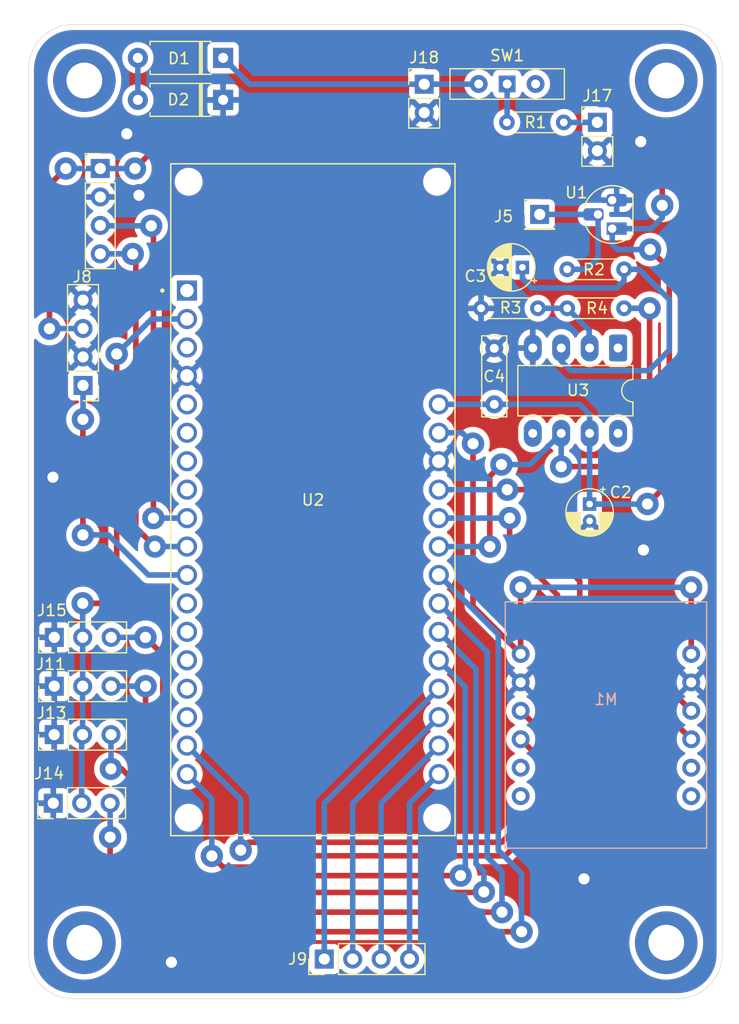
<source format=kicad_pcb>
(kicad_pcb (version 20241229) (generator "pcbnew") (generator_version "9.0")
  (layers (0 "F.Cu" signal) (2 "B.Cu" signal) (13 "F.Paste" user) (15 "B.Paste" user) (5 "F.SilkS" user "F.Silkscreen") (7 "B.SilkS" user "B.Silkscreen") (1 "F.Mask" user) (3 "B.Mask" user) (25 "Edge.Cuts" user))
  (net 0 "")
  (net 1 "GND")
  (net 4 "Net-(U3-+)")
  (net 7 "Net-(U3--)")
  (net 13 "Net-(M1-TX)")
  (net 15 "Net-(M1-RX)")
  (net 20 "Net-(U2-A4)")
  (net 24 "Net-(D1-A)")
  (net 25 "Net-(J5-Pin_1)")
  (net 26 "/+3.3V")
  (net 27 "Net-(J1-Pin_1)")
  (net 28 "Net-(J13-Pin_3)")
  (net 29 "Net-(J14-Pin_3)")
  (net 30 "Net-(J15-Pin_3)")
  (net 31 "Net-(J11-Pin_3)")
  (net 32 "Net-(J9-Pin_1)")
  (net 33 "Net-(J9-Pin_3)")
  (net 34 "Net-(J9-Pin_2)")
  (net 35 "Net-(J9-Pin_4)")
  (net 36 "Net-(J17-Pin_1)")
  (net 37 "Net-(D1-K)")
  (net 38 "Net-(SW1-B)")
  (net 40 "unconnected-(U2-D7-Pad12)")
  (net 41 "SCL")
  (net 42 "SDA")
  (net 43 "SIG")
  (net 44 "VOUT")
  (footprint "Package_DIP:DIP-8_W7.62mm_LongPads" (layer "F.Cu") (at 219.95 58.88 -90)
    (property "Reference" "U3" (at 3.78 3.57 180) (layer "F.SilkS"))
    (property "Value" "CA3140" (hide yes))
    (pad "1" thru_hole roundrect (at 0 0 270) (size 2.4 1.6) (drill 0.8) (layers "*.Cu" "*.Mask") (roundrect_rratio 0.15625))
    (pad "2" thru_hole oval (at 0 2.54 270) (size 2.4 1.6) (drill 0.8) (layers "*.Cu" "*.Mask") (net 7 "Net-(U3--)"))
    (pad "3" thru_hole oval (at 0 5.08 270) (size 2.4 1.6) (drill 0.8) (layers "*.Cu" "*.Mask") (net 4 "Net-(U3-+)"))
    (pad "4" thru_hole oval (at 0 7.62 270) (size 2.4 1.6) (drill 0.8) (layers "*.Cu" "*.Mask") (net 1 "GND"))
    (pad "5" thru_hole oval (at 7.62 7.62 270) (size 2.4 1.6) (drill 0.8) (layers "*.Cu" "*.Mask"))
    (pad "6" thru_hole oval (at 7.62 5.08 270) (size 2.4 1.6) (drill 0.8) (layers "*.Cu" "*.Mask") (net 20 "Net-(U2-A4)"))
    (pad "7" thru_hole oval (at 7.62 2.54 270) (size 2.4 1.6) (drill 0.8) (layers "*.Cu" "*.Mask") (net 27 "Net-(J1-Pin_1)"))
    (pad "8" thru_hole oval (at 7.62 0 270) (size 2.4 1.6) (drill 0.8) (layers "*.Cu" "*.Mask"))
  )
  (footprint "Package_TO_SOT_THT:TO-92L_HandSolder" (layer "F.Cu") (at 219.43 48.22 90)
    (property "Reference" "U1" (at 3.22 -3.2 0) (layer "F.SilkS"))
    (property "Value" "LM35-LP" (hide yes))
    (pad "1" thru_hole rect (at 0 0 90) (size 1.1 1.8) (drill 0.75 (offset 0 0.4)) (layers "*.Cu" "*.Mask") (net 26 "/+3.3V"))
    (pad "2" thru_hole roundrect (at 1.27 -1.27 90) (size 1.1 1.8) (drill 0.75 (offset 0 -0.4)) (layers "*.Cu" "*.Mask") (net 44 "VOUT"))
    (pad "3" thru_hole roundrect (at 2.54 0 90) (size 1.1 1.8) (drill 0.75 (offset 0 0.4)) (layers "*.Cu" "*.Mask") (net 1 "GND"))
  )
  (footprint "Resistor_THT:R_Axial_DIN0204_L3.6mm_D1.6mm_P5.08mm_Horizontal" (layer "F.Cu") (at 215.41 55.33)
    (property "Reference" "R4" (at 2.66 0 0) (layer "F.SilkS"))
    (property "Value" "1k" (hide yes))
    (pad "1" thru_hole circle (at 0 0) (size 1.4 1.4) (drill 0.7) (layers "*.Cu" "*.Mask") (net 7 "Net-(U3--)"))
    (pad "2" thru_hole oval (at 5.08 0) (size 1.4 1.4) (drill 0.7) (layers "*.Cu" "*.Mask") (net 20 "Net-(U2-A4)"))
  )
  (footprint "Connector_PinHeader_2.54mm:PinHeader_1x04_P2.54mm_Vertical" (layer "F.Cu") (at 173.68 42.85)
    (property "Reference" "J1" (hide yes))
    (property "Value" "LED conectors" (hide yes))
    (pad "1" thru_hole rect (at 0 0) (size 1.7 1.7) (drill 1) (layers "*.Cu" "*.Mask") (net 26 "/+3.3V"))
    (pad "2" thru_hole oval (at 0 2.54) (size 1.7 1.7) (drill 1) (layers "*.Cu" "*.Mask") (net 1 "GND"))
    (pad "3" thru_hole oval (at 0 5.08) (size 1.7 1.7) (drill 1) (layers "*.Cu" "*.Mask") (net 41 "SCL"))
    (pad "4" thru_hole oval (at 0 7.62) (size 1.7 1.7) (drill 1) (layers "*.Cu" "*.Mask") (net 42 "SDA"))
  )
  (footprint "MountingHole:MountingHole_3.2mm_M3_DIN965_Pad" (layer "F.Cu") (at 172.26 111.99)
    (property "Reference" "REF**" (hide yes))
    (property "Value" "MountingHole_3.2mm_M3_DIN965_Pad" (hide yes))
    (pad "1" thru_hole circle (at 0 0) (size 5.6 5.6) (drill 3.2) (layers "*.Cu" "*.Mask"))
  )
  (footprint "Button_Switch_THT:SW_Slide-03_Wuerth-WS-SLTV_10x2.5x6.4_P2.54mm" (layer "F.Cu") (at 210.04 35.3)
    (property "Reference" "SW1" (at 0 -2.54 0) (layer "F.SilkS"))
    (property "Value" "SW_Wuerth_450301014042" (hide yes))
    (pad "1" thru_hole rect (at 0 0) (size 1.5 1.5) (drill 0.8) (layers "*.Cu" "*.Mask") (net 38 "Net-(SW1-B)"))
    (pad "2" thru_hole circle (at -2.54 0) (size 1.6 1.6) (drill 0.8) (layers "*.Cu" "*.Mask") (net 37 "Net-(D1-K)"))
    (pad "3" thru_hole circle (at 2.54 0) (size 1.6 1.6) (drill 0.8) (layers "*.Cu" "*.Mask"))
  )
  (footprint "Connector_PinHeader_2.54mm:PinHeader_1x03_P2.54mm_Vertical" (layer "F.Cu") (at 169.56 93.41 90)
    (property "Reference" "J13" (at 1.93 -0.23 180) (layer "F.SilkS"))
    (property "Value" "Conn_01x03_Pin" (hide yes))
    (pad "1" thru_hole rect (at 0 0 90) (size 1.7 1.7) (drill 1) (layers "*.Cu" "*.Mask") (net 1 "GND"))
    (pad "2" thru_hole circle (at 0 2.54 90) (size 1.7 1.7) (drill 1) (layers "*.Cu" "*.Mask") (net 26 "/+3.3V"))
    (pad "3" thru_hole circle (at 0 5.08 90) (size 1.7 1.7) (drill 1) (layers "*.Cu" "*.Mask") (net 28 "Net-(J13-Pin_3)"))
  )
  (footprint "Capacitor_THT:C_Rect_L7.0mm_W2.0mm_P5.00mm" (layer "F.Cu") (at 208.89 63.91 90)
    (property "Reference" "C4" (at 2.5 0 180) (layer "F.SilkS"))
    (property "Value" "10nF" (hide yes))
    (pad "1" thru_hole circle (at 0 0 90) (size 1.6 1.6) (drill 0.8) (layers "*.Cu" "*.Mask") (net 27 "Net-(J1-Pin_1)"))
    (pad "2" thru_hole circle (at 5 0 90) (size 1.6 1.6) (drill 0.8) (layers "*.Cu" "*.Mask") (net 1 "GND"))
  )
  (footprint "Resistor_THT:R_Axial_DIN0204_L3.6mm_D1.6mm_P5.08mm_Horizontal" (layer "F.Cu") (at 215.1 38.73 180)
    (property "Reference" "R1" (at 2.53 0 0) (layer "F.SilkS"))
    (property "Value" "120" (hide yes))
    (pad "1" thru_hole circle (at 0 0 180) (size 1.4 1.4) (drill 0.7) (layers "*.Cu" "*.Mask") (net 36 "Net-(J17-Pin_1)"))
    (pad "2" thru_hole oval (at 5.08 0 180) (size 1.4 1.4) (drill 0.7) (layers "*.Cu" "*.Mask") (net 38 "Net-(SW1-B)"))
  )
  (footprint "MountingHole:MountingHole_3.2mm_M3_DIN965_Pad" (layer "F.Cu") (at 224.26 34.99)
    (property "Reference" "REF**" (hide yes))
    (property "Value" "MountingHole_3.2mm_M3_DIN965_Pad" (hide yes))
    (pad "1" thru_hole circle (at 0 0) (size 5.6 5.6) (drill 3.2) (layers "*.Cu" "*.Mask"))
  )
  (footprint "Capacitor_THT:CP_Radial_D4.0mm_P1.50mm" (layer "F.Cu") (at 217.41 72.82 -90)
    (property "Reference" "C2" (at -1.047401 -2.77 180) (layer "F.SilkS"))
    (property "Value" "1uF" (hide yes))
    (pad "1" thru_hole rect (at 0 0 270) (size 1.2 1.2) (drill 0.6) (layers "*.Cu" "*.Mask") (net 27 "Net-(J1-Pin_1)"))
    (pad "2" thru_hole circle (at 1.5 0 270) (size 1.2 1.2) (drill 0.6) (layers "*.Cu" "*.Mask") (net 1 "GND"))
  )
  (footprint "Connector_PinHeader_2.54mm:PinHeader_1x02_P2.54mm_Vertical" (layer "F.Cu") (at 202.63 35.32)
    (property "Reference" "J18" (at 0 -2.38 0) (layer "F.SilkS"))
    (property "Value" "Conn_01x02_Pin" (hide yes))
    (pad "1" thru_hole rect (at 0 0) (size 1.7 1.7) (drill 1) (layers "*.Cu" "*.Mask") (net 37 "Net-(D1-K)"))
    (pad "2" thru_hole circle (at 0 2.54) (size 1.7 1.7) (drill 1) (layers "*.Cu" "*.Mask") (net 1 "GND"))
  )
  (footprint "Resistor_THT:R_Axial_DIN0204_L3.6mm_D1.6mm_P5.08mm_Horizontal" (layer "F.Cu") (at 212.79 55.33 180)
    (property "Reference" "R3" (at 2.44 0.05 0) (layer "F.SilkS"))
    (property "Value" "1k" (hide yes))
    (pad "1" thru_hole circle (at 0 0 180) (size 1.4 1.4) (drill 0.7) (layers "*.Cu" "*.Mask") (net 7 "Net-(U3--)"))
    (pad "2" thru_hole oval (at 5.08 0 180) (size 1.4 1.4) (drill 0.7) (layers "*.Cu" "*.Mask") (net 1 "GND"))
  )
  (footprint "Connector_PinHeader_2.54mm:PinHeader_1x04_P2.54mm_Vertical" (layer "F.Cu") (at 172.14 62.22 180)
    (property "Reference" "J8" (at 0.07 9.7 180) (layer "F.SilkS"))
    (property "Value" "LED conectors" (hide yes))
    (pad "1" thru_hole rect (at 0 0 180) (size 1.7 1.7) (drill 1) (layers "*.Cu" "*.Mask") (net 43 "SIG"))
    (pad "2" thru_hole circle (at 0 2.54 180) (size 1.7 1.7) (drill 1) (layers "*.Cu" "*.Mask") (net 1 "GND"))
    (pad "3" thru_hole circle (at 0 5.08 180) (size 1.7 1.7) (drill 1) (layers "*.Cu" "*.Mask") (net 26 "/+3.3V"))
    (pad "4" thru_hole circle (at 0 7.62 180) (size 1.7 1.7) (drill 1) (layers "*.Cu" "*.Mask") (net 1 "GND"))
  )
  (footprint "Connector_PinHeader_2.54mm:PinHeader_1x02_P2.54mm_Vertical" (layer "F.Cu") (at 218.1 38.725)
    (property "Reference" "J17" (at 0 -2.38 0) (layer "F.SilkS"))
    (property "Value" "Conn_01x02_Pin" (hide yes))
    (pad "1" thru_hole rect (at 0 0) (size 1.7 1.7) (drill 1) (layers "*.Cu" "*.Mask") (net 36 "Net-(J17-Pin_1)"))
    (pad "2" thru_hole circle (at 0 2.54) (size 1.7 1.7) (drill 1) (layers "*.Cu" "*.Mask") (net 1 "GND"))
  )
  (footprint "MountingHole:MountingHole_3.2mm_M3_DIN965_Pad" (layer "F.Cu") (at 172.26 34.99)
    (property "Reference" "REF**" (hide yes))
    (property "Value" "MountingHole_3.2mm_M3_DIN965_Pad" (hide yes))
    (pad "1" thru_hole circle (at 0 0) (size 5.6 5.6) (drill 3.2) (layers "*.Cu" "*.Mask"))
  )
  (footprint "Diode_THT:D_A-405_P7.62mm_Horizontal" (layer "F.Cu") (at 184.66 36.72 180)
    (property "Reference" "D2" (at 4 0.02 0) (layer "F.SilkS"))
    (property "Value" "D_Zener_Filled" (hide yes))
    (pad "1" thru_hole rect (at 0 0 180) (size 1.8 1.8) (drill 0.9) (layers "*.Cu" "*.Mask") (net 1 "GND"))
    (pad "2" thru_hole oval (at 7.62 0 180) (size 1.8 1.8) (drill 0.9) (layers "*.Cu" "*.Mask") (net 24 "Net-(D1-A)"))
  )
  (footprint "DFR0654 (1):MODULE_DFR0654" (layer "F.Cu") (at 192.68 72.43)
    (property "Reference" "U2" (at 0.01 0.02 0) (layer "F.SilkS"))
    (property "Value" "DFR0654" (hide yes))
    (pad "" np_thru_hole circle (at -11.1 -28.4) (size 2 2) (drill 2) (layers "*.Cu" "*.Mask"))
    (pad "" np_thru_hole circle (at -11.1 28.4) (size 2 2) (drill 2) (layers "*.Cu" "*.Mask"))
    (pad "" np_thru_hole circle (at 11.1 -28.4) (size 2 2) (drill 2) (layers "*.Cu" "*.Mask"))
    (pad "" np_thru_hole circle (at 11.1 28.4) (size 2 2) (drill 2) (layers "*.Cu" "*.Mask"))
    (pad "1" thru_hole rect (at -11.25 -18.68) (size 1.8 1.8) (drill 1.2) (layers "*.Cu" "*.Mask"))
    (pad "2" thru_hole circle (at -11.25 -16.14) (size 1.8 1.8) (drill 1.2) (layers "*.Cu" "*.Mask") (net 26 "/+3.3V"))
    (pad "3" thru_hole circle (at -11.25 -13.6) (size 1.8 1.8) (drill 1.2) (layers "*.Cu" "*.Mask"))
    (pad "4" thru_hole circle (at -11.25 -11.06) (size 1.8 1.8) (drill 1.2) (layers "*.Cu" "*.Mask") (net 1 "GND"))
    (pad "5" thru_hole circle (at -11.25 -8.52) (size 1.8 1.8) (drill 1.2) (layers "*.Cu" "*.Mask"))
    (pad "6" thru_hole circle (at -11.25 -5.98) (size 1.8 1.8) (drill 1.2) (layers "*.Cu" "*.Mask"))
    (pad "7" thru_hole circle (at -11.25 -3.44) (size 1.8 1.8) (drill 1.2) (layers "*.Cu" "*.Mask"))
    (pad "8" thru_hole circle (at -11.25 -0.9) (size 1.8 1.8) (drill 1.2) (layers "*.Cu" "*.Mask"))
    (pad "9" thru_hole circle (at -11.25 1.64) (size 1.8 1.8) (drill 1.2) (layers "*.Cu" "*.Mask") (net 41 "SCL"))
    (pad "10" thru_hole circle (at -11.25 4.18) (size 1.8 1.8) (drill 1.2) (layers "*.Cu" "*.Mask") (net 42 "SDA"))
    (pad "11" thru_hole circle (at -11.25 6.72) (size 1.8 1.8) (drill 1.2) (layers "*.Cu" "*.Mask") (net 43 "SIG"))
    (pad "12" thru_hole circle (at -11.25 9.26) (size 1.8 1.8) (drill 1.2) (layers "*.Cu" "*.Mask") (net 40 "unconnected-(U2-D7-Pad12)"))
    (pad "13" thru_hole circle (at -11.25 11.8) (size 1.8 1.8) (drill 1.2) (layers "*.Cu" "*.Mask"))
    (pad "14" thru_hole circle (at -11.25 14.34) (size 1.8 1.8) (drill 1.2) (layers "*.Cu" "*.Mask"))
    (pad "15" thru_hole circle (at -11.25 16.88) (size 1.8 1.8) (drill 1.2) (layers "*.Cu" "*.Mask"))
    (pad "16" thru_hole circle (at -11.25 19.42) (size 1.8 1.8) (drill 1.2) (layers "*.Cu" "*.Mask"))
    (pad "17" thru_hole circle (at -11.25 21.96) (size 1.8 1.8) (drill 1.2) (layers "*.Cu" "*.Mask") (net 13 "Net-(M1-TX)"))
    (pad "18" thru_hole circle (at -11.25 24.5) (size 1.8 1.8) (drill 1.2) (layers "*.Cu" "*.Mask") (net 15 "Net-(M1-RX)"))
    (pad "19" thru_hole circle (at 11.25 24.5) (size 1.8 1.8) (drill 1.2) (layers "*.Cu" "*.Mask") (net 35 "Net-(J9-Pin_4)"))
    (pad "20" thru_hole circle (at 11.25 21.96) (size 1.8 1.8) (drill 1.2) (layers "*.Cu" "*.Mask") (net 33 "Net-(J9-Pin_3)"))
    (pad "21" thru_hole circle (at 11.25 19.42) (size 1.8 1.8) (drill 1.2) (layers "*.Cu" "*.Mask") (net 34 "Net-(J9-Pin_2)"))
    (pad "22" thru_hole circle (at 11.25 16.88) (size 1.8 1.8) (drill 1.2) (layers "*.Cu" "*.Mask") (net 32 "Net-(J9-Pin_1)"))
    (pad "23" thru_hole circle (at 11.25 14.34) (size 1.8 1.8) (drill 1.2) (layers "*.Cu" "*.Mask") (net 30 "Net-(J15-Pin_3)"))
    (pad "24" thru_hole circle (at 11.25 11.8) (size 1.8 1.8) (drill 1.2) (layers "*.Cu" "*.Mask") (net 31 "Net-(J11-Pin_3)"))
    (pad "25" thru_hole circle (at 11.25 9.26) (size 1.8 1.8) (drill 1.2) (layers "*.Cu" "*.Mask") (net 28 "Net-(J13-Pin_3)"))
    (pad "26" thru_hole circle (at 11.25 6.72) (size 1.8 1.8) (drill 1.2) (layers "*.Cu" "*.Mask") (net 29 "Net-(J14-Pin_3)"))
    (pad "27" thru_hole circle (at 11.25 4.18) (size 1.8 1.8) (drill 1.2) (layers "*.Cu" "*.Mask") (net 44 "VOUT"))
    (pad "28" thru_hole circle (at 11.25 1.64) (size 1.8 1.8) (drill 1.2) (layers "*.Cu" "*.Mask") (net 42 "SDA"))
    (pad "29" thru_hole circle (at 11.25 -0.9) (size 1.8 1.8) (drill 1.2) (layers "*.Cu" "*.Mask") (net 41 "SCL"))
    (pad "30" thru_hole circle (at 11.25 -3.44) (size 1.8 1.8) (drill 1.2) (layers "*.Cu" "*.Mask") (net 1 "GND"))
    (pad "31" thru_hole circle (at 11.25 -5.98) (size 1.8 1.8) (drill 1.2) (layers "*.Cu" "*.Mask") (net 26 "/+3.3V"))
    (pad "32" thru_hole circle (at 11.25 -8.52) (size 1.8 1.8) (drill 1.2) (layers "*.Cu" "*.Mask") (net 27 "Net-(J1-Pin_1)"))
  )
  (footprint "MountingHole:MountingHole_3.2mm_M3_DIN965_Pad" (layer "F.Cu") (at 224.26 111.99)
    (property "Reference" "REF**" (hide yes))
    (property "Value" "MountingHole_3.2mm_M3_DIN965_Pad" (hide yes))
    (pad "1" thru_hole circle (at 0 0) (size 5.6 5.6) (drill 3.2) (layers "*.Cu" "*.Mask"))
  )
  (footprint "Connector_PinHeader_2.54mm:PinHeader_1x03_P2.54mm_Vertical" (layer "F.Cu") (at 169.48 99.53 90)
    (property "Reference" "J14" (at 2.65 -0.38 180) (layer "F.SilkS"))
    (property "Value" "Conn_01x03_Pin" (hide yes))
    (pad "1" thru_hole rect (at 0 0 90) (size 1.7 1.7) (drill 1) (layers "*.Cu" "*.Mask") (net 1 "GND"))
    (pad "2" thru_hole circle (at 0 2.54 90) (size 1.7 1.7) (drill 1) (layers "*.Cu" "*.Mask") (net 26 "/+3.3V"))
    (pad "3" thru_hole circle (at 0 5.08 90) (size 1.7 1.7) (drill 1) (layers "*.Cu" "*.Mask") (net 29 "Net-(J14-Pin_3)"))
  )
  (footprint "Connector_PinHeader_2.54mm:PinHeader_1x04_P2.54mm_Vertical" (layer "F.Cu") (at 193.7 113.45 90)
    (property "Reference" "J9" (at 0 -2.38 180) (layer "F.SilkS"))
    (property "Value" "LED conectors" (hide yes))
    (pad "1" thru_hole rect (at 0 0 90) (size 1.7 1.7) (drill 1) (layers "*.Cu" "*.Mask") (net 32 "Net-(J9-Pin_1)"))
    (pad "2" thru_hole circle (at 0 2.54 90) (size 1.7 1.7) (drill 1) (layers "*.Cu" "*.Mask") (net 34 "Net-(J9-Pin_2)"))
    (pad "3" thru_hole circle (at 0 5.08 90) (size 1.7 1.7) (drill 1) (layers "*.Cu" "*.Mask") (net 33 "Net-(J9-Pin_3)"))
    (pad "4" thru_hole circle (at 0 7.62 90) (size 1.7 1.7) (drill 1) (layers "*.Cu" "*.Mask") (net 35 "Net-(J9-Pin_4)"))
  )
  (footprint "Capacitor_THT:CP_Radial_D4.0mm_P2.00mm" (layer "F.Cu") (at 211.4026 51.68 180)
    (property "Reference" "C3" (at 4.2 -0.78 0) (layer "F.SilkS"))
    (property "Value" "150uF" (hide yes))
    (pad "1" thru_hole rect (at 0 0 180) (size 1.2 1.2) (drill 0.6) (layers "*.Cu" "*.Mask") (net 4 "Net-(U3-+)"))
    (pad "2" thru_hole circle (at 2 0 180) (size 1.2 1.2) (drill 0.6) (layers "*.Cu" "*.Mask") (net 1 "GND"))
  )
  (footprint "Connector_PinHeader_2.54mm:PinHeader_1x01_P2.54mm_Vertical" (layer "F.Cu") (at 212.95 46.95)
    (property "Reference" "J5" (at -3.23 0.18 0) (layer "F.SilkS"))
    (property "Value" "Conn_01x01_Pin" (hide yes))
    (pad "1" thru_hole rect (at 0 0) (size 1.7 1.7) (drill 1) (layers "*.Cu" "*.Mask") (net 44 "VOUT"))
  )
  (footprint "Resistor_THT:R_Axial_DIN0204_L3.6mm_D1.6mm_P5.08mm_Horizontal" (layer "F.Cu") (at 220.49 51.85 180)
    (property "Reference" "R2" (at 2.69 -0.02 180) (layer "F.SilkS"))
    (property "Value" "1k" (hide yes))
    (pad "1" thru_hole circle (at 0 0 180) (size 1.4 1.4) (drill 0.7) (layers "*.Cu" "*.Mask") (net 4 "Net-(U3-+)"))
    (pad "2" thru_hole oval (at 5.08 0 180) (size 1.4 1.4) (drill 0.7) (layers "*.Cu" "*.Mask") (net 25 "Net-(J5-Pin_1)"))
  )
  (footprint "Connector_PinHeader_2.54mm:PinHeader_1x03_P2.54mm_Vertical" (layer "F.Cu") (at 169.57 84.72 90)
    (property "Reference" "J15" (at 2.41 -0.22 180) (layer "F.SilkS"))
    (property "Value" "Conn_01x03_Pin" (hide yes))
    (pad "1" thru_hole rect (at 0 0 90) (size 1.7 1.7) (drill 1) (layers "*.Cu" "*.Mask") (net 1 "GND"))
    (pad "2" thru_hole circle (at 0 2.54 90) (size 1.7 1.7) (drill 1) (layers "*.Cu" "*.Mask") (net 26 "/+3.3V"))
    (pad "3" thru_hole circle (at 0 5.08 90) (size 1.7 1.7) (drill 1) (layers "*.Cu" "*.Mask") (net 30 "Net-(J15-Pin_3)"))
  )
  (footprint "Diode_THT:D_A-405_P7.62mm_Horizontal" (layer "F.Cu") (at 184.66 32.97 180)
    (property "Reference" "D1" (at 3.95 -0.05 0) (layer "F.SilkS"))
    (property "Value" "D_Zener_Filled" (hide yes))
    (pad "1" thru_hole rect (at 0 0 180) (size 1.8 1.8) (drill 0.9) (layers "*.Cu" "*.Mask") (net 37 "Net-(D1-K)"))
    (pad "2" thru_hole oval (at 7.62 0 180) (size 1.8 1.8) (drill 0.9) (layers "*.Cu" "*.Mask") (net 24 "Net-(D1-A)"))
  )
  (footprint "Connector_PinHeader_2.54mm:PinHeader_1x03_P2.54mm_Vertical" (layer "F.Cu") (at 169.57 89.08 90)
    (property "Reference" "J11" (at 1.96 -0.31 180) (layer "F.SilkS"))
    (property "Value" "Conn_01x03_Pin" (hide yes))
    (pad "1" thru_hole rect (at 0 0 90) (size 1.7 1.7) (drill 1) (layers "*.Cu" "*.Mask") (net 1 "GND"))
    (pad "2" thru_hole circle (at 0 2.54 90) (size 1.7 1.7) (drill 1) (layers "*.Cu" "*.Mask") (net 26 "/+3.3V"))
    (pad "3" thru_hole circle (at 0 5.08 90) (size 1.7 1.7) (drill 1) (layers "*.Cu" "*.Mask") (net 31 "Net-(J11-Pin_3)"))
  )
  (footprint "SEN0344:SEN0344" (layer "B.Cu") (at 218.87 92.55 180)
    (property "Reference" "M1" (at 0 2.29 0) (layer "B.SilkS") (effects (justify mirror)))
    (property "Value" "SEN0344" (hide yes))
    (pad "1" thru_hole circle (at -7.62 6.35 180) (size 1.6 1.6) (drill 0.9) (layers "*.Cu" "*.Mask") (net 26 "/+3.3V"))
    (pad "2" thru_hole circle (at -7.62 3.81 180) (size 1.6 1.6) (drill 0.9) (layers "*.Cu" "*.Mask") (net 1 "GND"))
    (pad "3" thru_hole circle (at -7.62 1.27 180) (size 1.6 1.6) (drill 0.9) (layers "*.Cu" "*.Mask") (net 41 "SCL"))
    (pad "4" thru_hole circle (at -7.62 -1.27 180) (size 1.6 1.6) (drill 0.9) (layers "*.Cu" "*.Mask") (net 42 "SDA"))
    (pad "5" thru_hole circle (at -7.62 -3.81 180) (size 1.6 1.6) (drill 0.9) (layers "*.Cu" "*.Mask"))
    (pad "6" thru_hole circle (at -7.62 -6.35 180) (size 1.6 1.6) (drill 0.9) (layers "*.Cu" "*.Mask"))
    (pad "7" thru_hole circle (at 7.62 -6.35 180) (size 1.6 1.6) (drill 0.9) (layers "*.Cu" "*.Mask"))
    (pad "8" thru_hole circle (at 7.62 -3.81 180) (size 1.6 1.6) (drill 0.9) (layers "*.Cu" "*.Mask"))
    (pad "9" thru_hole circle (at 7.62 -1.27 180) (size 1.6 1.6) (drill 0.9) (layers "*.Cu" "*.Mask") (net 13 "Net-(M1-TX)"))
    (pad "10" thru_hole circle (at 7.62 1.27 180) (size 1.6 1.6) (drill 0.9) (layers "*.Cu" "*.Mask") (net 15 "Net-(M1-RX)"))
    (pad "11" thru_hole circle (at 7.62 3.81 180) (size 1.6 1.6) (drill 0.9) (layers "*.Cu" "*.Mask") (net 1 "GND"))
    (pad "12" thru_hole circle (at 7.62 6.35 180) (size 1.6 1.6) (drill 0.9) (layers "*.Cu" "*.Mask") (net 26 "/+3.3V"))
  )
  (gr_arc (start 225.26 29.99) (mid 228.088427 31.161573) (end 229.26 33.99) (stroke (width 0.05)) (layer "Edge.Cuts"))
  (gr_arc (start 171.26 116.99) (mid 168.431573 115.818427) (end 167.26 112.99) (stroke (width 0.05)) (layer "Edge.Cuts"))
  (gr_line (start 167.26 33.99) (end 167.26 112.99) (stroke (width 0.05)) (layer "Edge.Cuts"))
  (gr_arc (start 167.26 33.99) (mid 168.431573 31.161573) (end 171.26 29.99) (stroke (width 0.05)) (layer "Edge.Cuts"))
  (gr_line (start 171.26 116.99) (end 225.26 116.99) (stroke (width 0.05)) (layer "Edge.Cuts"))
  (gr_line (start 229.26 112.99) (end 229.26 33.99) (stroke (width 0.05)) (layer "Edge.Cuts"))
  (gr_line (start 225.26 29.99) (end 171.26 29.99) (stroke (width 0.05)) (layer "Edge.Cuts"))
  (gr_arc (start 229.26 112.99) (mid 228.088427 115.818427) (end 225.26 116.99) (stroke (width 0.05)) (layer "Edge.Cuts"))
  (via (at 169.45 70.42) (size 2) (drill 1) (layers "F.Cu" "B.Cu") (net 1))
  (via (at 176.05 39.75) (size 2) (drill 1) (layers "F.Cu" "B.Cu") (net 1))
  (via (at 216.91 106.29) (size 2) (drill 1) (layers "F.Cu" "B.Cu") (net 1))
  (via (at 221.98 40.45) (size 2) (drill 1) (layers "F.Cu" "B.Cu") (net 1))
  (via (at 222.22 76.92) (size 2) (drill 1) (layers "F.Cu" "B.Cu") (net 1))
  (via (at 180.04 113.74) (size 2) (drill 1) (layers "F.Cu" "B.Cu") (net 1))
  (via (at 177.14 45.24) (size 2) (drill 1) (layers "F.Cu" "B.Cu") (net 1))
  (segment (start 219.85 53.52) (end 212.25 53.52) (width 0.5) (layer "B.Cu") (net 4))
  (segment (start 214.87 60.03) (end 214.87 58.88) (width 0.5) (layer "B.Cu") (net 4))
  (segment (start 212.25 53.52) (end 211.4026 52.6726) (width 0.5) (layer "B.Cu") (net 4))
  (segment (start 220.49 52.88) (end 219.85 53.52) (width 0.5) (layer "B.Cu") (net 4))
  (segment (start 221.82 51.85) (end 224.53 54.56) (width 0.5) (layer "B.Cu") (net 4))
  (segment (start 215.74 60.9) (end 214.87 60.03) (width 0.5) (layer "B.Cu") (net 4))
  (segment (start 222.7 60.9) (end 215.74 60.9) (width 0.5) (layer "B.Cu") (net 4))
  (segment (start 211.4026 52.6726) (end 211.4026 51.68) (width 0.5) (layer "B.Cu") (net 4))
  (segment (start 224.53 54.56) (end 224.53 59.07) (width 0.5) (layer "B.Cu") (net 4))
  (segment (start 224.53 59.07) (end 222.7 60.9) (width 0.5) (layer "B.Cu") (net 4))
  (segment (start 220.49 51.85) (end 221.82 51.85) (width 0.5) (layer "B.Cu") (net 4))
  (segment (start 220.49 51.85) (end 220.49 52.88) (width 0.5) (layer "B.Cu") (net 4))
  (segment (start 217.37 57.29) (end 217.37 58.84) (width 0.5) (layer "B.Cu") (net 7))
  (segment (start 215.41 55.33) (end 212.79 55.33) (width 0.5) (layer "B.Cu") (net 7))
  (segment (start 215.41 55.33) (end 217.37 57.29) (width 0.5) (layer "B.Cu") (net 7))
  (segment (start 217.37 58.84) (end 217.41 58.88) (width 0.5) (layer "B.Cu") (net 7))
  (segment (start 212.98 99.59) (end 209.55 103.02) (width 0.5) (layer "F.Cu") (net 13))
  (segment (start 211.25 93.82) (end 212.98 95.55) (width 0.5) (layer "F.Cu") (net 13))
  (segment (start 209.55 103.02) (end 186.93 103.02) (width 0.5) (layer "F.Cu") (net 13))
  (segment (start 212.98 95.55) (end 212.98 99.59) (width 0.5) (layer "F.Cu") (net 13))
  (segment (start 186.93 103.02) (end 186.23 103.72) (width 0.5) (layer "F.Cu") (net 13))
  (via (at 186.23 103.72) (size 2) (drill 1) (layers "F.Cu" "B.Cu") (net 13))
  (segment (start 186.23 103.72) (end 186.23 99.19) (width 0.5) (layer "B.Cu") (net 13))
  (segment (start 186.23 99.19) (end 181.43 94.39) (width 0.5) (layer "B.Cu") (net 13))
  (segment (start 181.42 94.38) (end 181.43 94.39) (width 0.5) (layer "B.Cu") (net 13))
  (segment (start 209.87 104.23) (end 214.19 99.91) (width 0.5) (layer "F.Cu") (net 15))
  (segment (start 184.65 105.24) (end 187.85 105.24) (width 0.5) (layer "F.Cu") (net 15))
  (segment (start 187.85 105.24) (end 188.86 104.23) (width 0.5) (layer "F.Cu") (net 15))
  (segment (start 183.65 104.24) (end 184.65 105.24) (width 0.5) (layer "F.Cu") (net 15))
  (segment (start 188.86 104.23) (end 209.87 104.23) (width 0.5) (layer "F.Cu") (net 15))
  (segment (start 214.19 99.91) (end 214.19 94.22) (width 0.5) (layer "F.Cu") (net 15))
  (segment (start 183.65 104.24) (end 183.66 104.23) (width 0.5) (layer "F.Cu") (net 15))
  (segment (start 214.19 94.22) (end 211.25 91.28) (width 0.5) (layer "F.Cu") (net 15))
  (via (at 183.65 104.24) (size 2) (drill 1) (layers "F.Cu" "B.Cu") (net 15))
  (segment (start 183.65 99.15) (end 181.43 96.93) (width 0.5) (layer "B.Cu") (net 15))
  (segment (start 183.65 104.24) (end 183.65 99.15) (width 0.5) (layer "B.Cu") (net 15))
  (segment (start 208.49 76.61) (end 208.49 71.27) (width 0.5) (layer "F.Cu") (net 20))
  (segment (start 208.49 71.27) (end 208.49 70.33) (width 0.5) (layer "F.Cu") (net 20))
  (segment (start 222.77 68.04) (end 221.34 69.47) (width 0.5) (layer "F.Cu") (net 20))
  (segment (start 208.49 70.33) (end 209.53 69.29) (width 0.5) (layer "F.Cu") (net 20))
  (segment (start 222.77 55.33) (end 222.77 68.04) (width 0.5) (layer "F.Cu") (net 20))
  (segment (start 221.34 69.47) (end 214.87 69.47) (width 0.5) (layer "F.Cu") (net 20))
  (via (at 222.77 55.33) (size 2) (drill 1) (layers "F.Cu" "B.Cu") (net 20))
  (via (at 208.49 76.61) (size 2) (drill 1) (layers "F.Cu" "B.Cu") (net 20))
  (via (at 214.87 69.47) (size 2) (drill 1) (layers "F.Cu" "B.Cu") (net 20))
  (via (at 209.53 69.29) (size 2) (drill 1) (layers "F.Cu" "B.Cu") (net 20))
  (segment (start 214.89 66.52) (end 214.87 66.5) (width 0.5) (layer "B.Cu") (net 20))
  (segment (start 214.89 66.71) (end 214.89 66.52) (width 0.5) (layer "B.Cu") (net 20))
  (segment (start 209.53 69.29) (end 212.08 69.29) (width 0.5) (layer "B.Cu") (net 20))
  (segment (start 212.08 69.29) (end 214.87 66.5) (width 0.5) (layer "B.Cu") (net 20))
  (segment (start 220.49 55.33) (end 222.77 55.33) (width 0.5) (layer "B.Cu") (net 20))
  (segment (start 214.87 66.5) (end 214.87 69.47) (width 0.5) (layer "B.Cu") (net 20))
  (segment (start 203.93 76.61) (end 208.49 76.61) (width 0.5) (layer "B.Cu") (net 20))
  (segment (start 177.04 32.97) (end 177.04 36.72) (width 0.5) (layer "B.Cu") (net 24))
  (segment (start 218.16 46.95) (end 218.16 50.79) (width 0.5) (layer "B.Cu") (net 25))
  (segment (start 217.1 51.85) (end 218.16 50.79) (width 0.5) (layer "B.Cu") (net 25))
  (segment (start 212.95 46.95) (end 218.16 46.95) (width 0.5) (layer "B.Cu") (net 25))
  (segment (start 215.41 51.85) (end 217.1 51.85) (width 0.5) (layer "B.Cu") (net 25))
  (segment (start 206.99 67.42) (end 206.99 81.94) (width 0.5) (layer "F.Cu") (net 26))
  (segment (start 169.14 57.15) (end 169.14 44.31) (width 0.5) (layer "F.Cu") (net 26))
  (segment (start 206.99 81.94) (end 211.25 86.2) (width 0.5) (layer "F.Cu") (net 26))
  (segment (start 222.93 43.68) (end 207.5 43.68) (width 0.5) (layer "F.Cu") (net 26))
  (segment (start 226.49 80.27) (end 226.49 86.2) (width 0.5) (layer "F.Cu") (net 26))
  (segment (start 173.63 81.68) (end 175.15 80.16) (width 0.5) (layer "F.Cu") (net 26))
  (segment (start 175.15 80.16) (end 175.15 59.41) (width 0.5) (layer "F.Cu") (net 26))
  (segment (start 226.48 80.26) (end 226.49 80.27) (width 0.5) (layer "F.Cu") (net 26))
  (segment (start 175.15 59.41) (end 175.24 59.5) (width 0.5) (layer "F.Cu") (net 26))
  (segment (start 172.11 81.68) (end 173.63 81.68) (width 0.5) (layer "F.Cu") (net 26))
  (segment (start 211.25 86.2) (end 211.25 80.25) (width 0.5) (layer "F.Cu") (net 26))
  (segment (start 205.79 40.42) (end 179.21 40.42) (width 0.5) (layer "F.Cu") (net 26))
  (via (at 206.99 67.42) (size 2) (drill 1) (layers "F.Cu" "B.Cu") (net 26))
  (via (at 211.25 80.25) (size 2) (drill 1) (layers "F.Cu" "B.Cu") (net 26))
  (via (at 175.15 59.41) (size 2) (drill 1) (layers "F.Cu" "B.Cu") (net 26))
  (via (at 172.11 81.68) (size 2) (drill 1) (layers "F.Cu" "B.Cu") (net 26))
  (via (at 226.48 80.26) (size 2) (drill 1) (layers "F.Cu" "B.Cu") (net 26))
  (segment (start 181.43 56.29) (end 178.27 56.29) (width 0.5) (layer "B.Cu") (net 26))
  (segment (start 206.02 66.45) (end 206.99 67.42) (width 0.5) (layer "B.Cu") (net 26))
  (segment (start 178.27 56.29) (end 175.15 59.41) (width 0.5) (layer "B.Cu") (net 26))
  (segment (start 172.11 84.72) (end 172.11 89.08) (width 0.5) (layer "B.Cu") (net 26))
  (segment (start 172.1 89.09) (end 172.11 89.08) (width 0.5) (layer "B.Cu") (net 26))
  (segment (start 203.93 66.45) (end 206.02 66.45) (width 0.5) (layer "B.Cu") (net 26))
  (segment (start 172.11 84.72) (end 172.11 81.68) (width 0.5) (layer "B.Cu") (net 26))
  (segment (start 172.1 93.41) (end 172.1 89.09) (width 0.5) (layer "B.Cu") (net 26))
  (segment (start 211.25 80.25) (end 226.47 80.25) (width 0.5) (layer "B.Cu") (net 26))
  (segment (start 172.02 99.53) (end 172.02 93.49) (width 0.5) (layer "B.Cu") (net 26))
  (segment (start 226.47 80.25) (end 226.48 80.26) (width 0.5) (layer "B.Cu") (net 26))
  (segment (start 172.02 93.49) (end 172.1 93.41) (width 0.5) (layer "B.Cu") (net 26))
  (segment (start 169.14 44.31) (end 170.6 42.85) (width 0.5) (layer "F.Cu") (net 27))
  (segment (start 224.53 70.86) (end 222.58 72.81) (width 0.5) (layer "F.Cu") (net 27))
  (segment (start 223.9 44.65) (end 222.93 43.68) (width 0.5) (layer "F.Cu") (net 27))
  (segment (start 179.21 40.42) (end 176.78 42.85) (width 0.5) (layer "F.Cu") (net 27))
  (segment (start 224.53 51.81) (end 224.53 70.86) (width 0.5) (layer "F.Cu") (net 27))
  (segment (start 222.81 50.09) (end 224.53 51.81) (width 0.5) (layer "F.Cu") (net 27))
  (segment (start 223.9 46.14) (end 223.9 44.65) (width 0.5) (layer "F.Cu") (net 27))
  (segment (start 206.68 42.86) (end 206.68 41.31) (width 0.5) (layer "F.Cu") (net 27))
  (segment (start 207.5 43.68) (end 206.68 42.86) (width 0.5) (layer "F.Cu") (net 27))
  (segment (start 206.68 41.31) (end 205.79 40.42) (width 0.5) (layer "F.Cu") (net 27))
  (via (at 170.6 42.85) (size 2) (drill 1) (layers "F.Cu" "B.Cu") (net 27))
  (via (at 169.14 57.15) (size 2) (drill 1) (layers "F.Cu" "B.Cu") (net 27))
  (via (at 222.58 72.81) (size 2) (drill 1) (layers "F.Cu" "B.Cu") (net 27))
  (via (at 222.81 50.09) (size 2) (drill 1) (layers "F.Cu" "B.Cu") (net 27))
  (via (at 176.78 42.85) (size 2) (drill 1) (layers "F.Cu" "B.Cu") (net 27))
  (via (at 223.9 46.14) (size 2) (drill 1) (layers "F.Cu" "B.Cu") (net 27))
  (segment (start 223.9 47.23) (end 222.91 48.22) (width 0.5) (layer "B.Cu") (net 27))
  (segment (start 217.41 64.81) (end 217.41 66.5) (width 0.5) (layer "B.Cu") (net 27))
  (segment (start 169.15 57.14) (end 169.14 57.15) (width 0.5) (layer "B.Cu") (net 27))
  (segment (start 216.51 63.91) (end 217.41 64.81) (width 0.5) (layer "B.Cu") (net 27))
  (segment (start 222.57 72.82) (end 222.58 72.81) (width 0.5) (layer "B.Cu") (net 27))
  (segment (start 219.43 49.63) (end 219.89 50.09) (width 0.5) (layer "B.Cu") (net 27))
  (segment (start 219.89 50.09) (end 222.81 50.09) (width 0.5) (layer "B.Cu") (net 27))
  (segment (start 208.89 63.91) (end 216.51 63.91) (width 0.5) (layer "B.Cu") (net 27))
  (segment (start 222.91 48.22) (end 219.43 48.22) (width 0.5) (layer "B.Cu") (net 27))
  (segment (start 172.14 57.14) (end 169.15 57.14) (width 0.5) (layer "B.Cu") (net 27))
  (segment (start 217.41 66.5) (end 217.41 72.82) (width 0.5) (layer "B.Cu") (net 27))
  (segment (start 203.93 63.91) (end 208.89 63.91) (width 0.5) (layer "B.Cu") (net 27))
  (segment (start 217.41 72.82) (end 222.57 72.82) (width 0.5) (layer "B.Cu") (net 27))
  (segment (start 173.68 42.85) (end 176.78 42.85) (width 0.5) (layer "B.Cu") (net 27))
  (segment (start 223.9 46.14) (end 223.9 47.23) (width 0.5) (layer "B.Cu") (net 27))
  (segment (start 173.68 42.85) (end 170.6 42.85) (width 0.5) (layer "B.Cu") (net 27))
  (segment (start 219.43 48.22) (end 219.43 49.63) (width 0.5) (layer "B.Cu") (net 27))
  (segment (start 176.64 104.95) (end 176.64 97.52) (width 0.5) (layer "F.Cu") (net 28))
  (segment (start 180.951228 109.261228) (end 176.64 104.95) (width 0.5) (layer "F.Cu") (net 28))
  (segment (start 175.58 96.46) (end 174.63 96.46) (width 0.5) (layer "F.Cu") (net 28))
  (segment (start 176.64 97.52) (end 175.58 96.46) (width 0.5) (layer "F.Cu") (net 28))
  (segment (start 209.577308 109.261228) (end 180.951228 109.261228) (width 0.5) (layer "F.Cu") (net 28))
  (via (at 209.577308 109.261228) (size 2) (drill 1) (layers "F.Cu" "B.Cu") (net 28))
  (via (at 174.63 96.46) (size 2) (drill 1) (layers "F.Cu" "B.Cu") (net 28))
  (segment (start 174.64 93.41) (end 174.64 96.45) (width 0.5) (layer "B.Cu") (net 28))
  (segment (start 209.577308 105.647308) (end 208.26 104.33) (width 0.5) (layer "B.Cu") (net 28))
  (segment (start 174.64 96.45) (end 174.63 96.46) (width 0.5) (layer "B.Cu") (net 28))
  (segment (start 209.577308 109.261228) (end 209.577308 105.647308) (width 0.5) (layer "B.Cu") (net 28))
  (segment (start 208.26 86.02) (end 203.93 81.69) (width 0.5) (layer "B.Cu") (net 28))
  (segment (start 208.26 104.33) (end 208.26 86.02) (width 0.5) (layer "B.Cu") (net 28))
  (segment (start 180.76 111.01) (end 174.56 104.81) (width 0.5) (layer "F.Cu") (net 29))
  (segment (start 211.33 111.01) (end 180.76 111.01) (width 0.5) (layer "F.Cu") (net 29))
  (segment (start 174.56 104.81) (end 174.56 102.56) (width 0.5) (layer "F.Cu") (net 29))
  (via (at 211.33 111.01) (size 2) (drill 1) (layers "F.Cu" "B.Cu") (net 29))
  (via (at 174.56 102.56) (size 2) (drill 1) (layers "F.Cu" "B.Cu") (net 29))
  (segment (start 203.93 79.15) (end 209.25 84.47) (width 0.5) (layer "B.Cu") (net 29))
  (segment (start 174.56 99.53) (end 174.56 102.56) (width 0.5) (layer "B.Cu") (net 29))
  (segment (start 211.32 105.80223) (end 211.32 111) (width 0.5) (layer "B.Cu") (net 29))
  (segment (start 209.25 84.47) (end 209.25 103.73223) (width 0.5) (layer "B.Cu") (net 29))
  (segment (start 211.32 111) (end 211.33 111.01) (width 0.5) (layer "B.Cu") (net 29))
  (segment (start 209.25 103.73223) (end 211.32 105.80223) (width 0.5) (layer "B.Cu") (net 29))
  (segment (start 179.27 103.57) (end 179.27 86.27) (width 0.5) (layer "F.Cu") (net 30))
  (segment (start 181.7 106) (end 179.27 103.57) (width 0.5) (layer "F.Cu") (net 30))
  (segment (start 179.27 86.27) (end 177.72 84.72) (width 0.5) (layer "F.Cu") (net 30))
  (segment (start 205.88 106) (end 181.7 106) (width 0.5) (layer "F.Cu") (net 30))
  (via (at 205.88 106) (size 2) (drill 1) (layers "F.Cu" "B.Cu") (net 30))
  (via (at 177.72 84.72) (size 2) (drill 1) (layers "F.Cu" "B.Cu") (net 30))
  (segment (start 206.3 89.14) (end 206.3 105.58) (width 0.5) (layer "B.Cu") (net 30))
  (segment (start 203.93 86.77) (end 206.3 89.14) (width 0.5) (layer "B.Cu") (net 30))
  (segment (start 174.65 84.72) (end 177.72 84.72) (width 0.5) (layer "B.Cu") (net 30))
  (segment (start 206.3 105.58) (end 205.88 106) (width 0.5) (layer "B.Cu") (net 30))
  (segment (start 177.73 104.03) (end 177.73 89.08) (width 0.5) (layer "F.Cu") (net 31))
  (segment (start 207.96 107.45) (end 207.909 107.501) (width 0.5) (layer "F.Cu") (net 31))
  (segment (start 181.201 107.501) (end 177.73 104.03) (width 0.5) (layer "F.Cu") (net 31))
  (segment (start 207.909 107.501) (end 181.201 107.501) (width 0.5) (layer "F.Cu") (net 31))
  (via (at 177.73 89.08) (size 2) (drill 1) (layers "F.Cu" "B.Cu") (net 31))
  (via (at 207.96 107.45) (size 2) (drill 1) (layers "F.Cu" "B.Cu") (net 31))
  (segment (start 207.96 105.64) (end 207.96 107.45) (width 0.5) (layer "B.Cu") (net 31))
  (segment (start 207.26 104.94) (end 207.96 105.64) (width 0.5) (layer "B.Cu") (net 31))
  (segment (start 207.26 87.56) (end 207.26 104.94) (width 0.5) (layer "B.Cu") (net 31))
  (segment (start 203.93 84.23) (end 207.26 87.56) (width 0.5) (layer "B.Cu") (net 31))
  (segment (start 174.65 89.08) (end 177.73 89.08) (width 0.5) (layer "B.Cu") (net 31))
  (segment (start 203.93 89.31) (end 193.7 99.54) (width 0.5) (layer "B.Cu") (net 32))
  (segment (start 193.7 99.54) (end 193.7 113.45) (width 0.5) (layer "B.Cu") (net 32))
  (segment (start 198.78 99.54) (end 198.78 113.45) (width 0.5) (layer "B.Cu") (net 33))
  (segment (start 203.93 94.39) (end 198.78 99.54) (width 0.5) (layer "B.Cu") (net 33))
  (segment (start 196.24 99.54) (end 196.24 113.45) (width 0.5) (layer "B.Cu") (net 34))
  (segment (start 203.93 91.85) (end 196.24 99.54) (width 0.5) (layer "B.Cu") (net 34))
  (segment (start 201.32 99.54) (end 201.32 113.45) (width 0.5) (layer "B.Cu") (net 35))
  (segment (start 203.93 96.93) (end 201.32 99.54) (width 0.5) (layer "B.Cu") (net 35))
  (segment (start 215.1 38.73) (end 218.095 38.73) (width 0.5) (layer "B.Cu") (net 36))
  (segment (start 218.095 38.73) (end 218.1 38.725) (width 0.5) (layer "B.Cu") (net 36))
  (segment (start 187.01 35.32) (end 184.66 32.97) (width 0.5) (layer "B.Cu") (net 37))
  (segment (start 202.63 35.32) (end 207.48 35.32) (width 0.5) (layer "B.Cu") (net 37))
  (segment (start 207.48 35.32) (end 207.5 35.3) (width 0.5) (layer "B.Cu") (net 37))
  (segment (start 202.63 35.32) (end 187.01 35.32) (width 0.5) (layer "B.Cu") (net 37))
  (segment (start 210.04 35.3) (end 210.04 38.71) (width 0.5) (layer "B.Cu") (net 38))
  (segment (start 210.04 38.71) (end 210.02 38.73) (width 0.5) (layer "B.Cu") (net 38))
  (segment (start 181.43 81.62) (end 181.43 81.69) (width 0.5) (layer "F.Cu") (net 40))
  (segment (start 181.38 81.64) (end 181.43 81.69) (width 0.5) (layer "F.Cu") (net 40))
  (segment (start 212.62 72.4) (end 212.62 75.78) (width 0.5) (layer "F.Cu") (net 41))
  (segment (start 216.53 79.69) (end 216.53 85.9) (width 0.5) (layer "F.Cu") (net 41))
  (segment (start 212.62 75.78) (end 216.53 79.69) (width 0.5) (layer "F.Cu") (net 41))
  (segment (start 178.43 48.17) (end 178.23 47.97) (width 0.5) (layer "F.Cu") (net 41))
  (segment (start 216.53 85.9) (end 218.1 87.47) (width 0.5) (layer "F.Cu") (net 41))
  (segment (start 210.05 71.53) (end 211.75 71.53) (width 0.5) (layer "F.Cu") (net 41))
  (segment (start 218.1 87.47) (end 222.68 87.47) (width 0.5) (layer "F.Cu") (net 41))
  (segment (start 178.43 74.07) (end 178.43 48.17) (width 0.5) (layer "F.Cu") (net 41))
  (segment (start 222.68 87.47) (end 226.49 91.28) (width 0.5) (layer "F.Cu") (net 41))
  (segment (start 211.75 71.53) (end 212.62 72.4) (width 0.5) (layer "F.Cu") (net 41))
  (via (at 178.23 47.97) (size 2) (drill 1) (layers "F.Cu" "B.Cu") (net 41))
  (via (at 210.05 71.53) (size 2) (drill 1) (layers "F.Cu" "B.Cu") (net 41))
  (via (at 178.43 74.07) (size 2) (drill 1) (layers "F.Cu" "B.Cu") (net 41))
  (segment (start 203.93 71.53) (end 210.05 71.53) (width 0.5) (layer "B.Cu") (net 41))
  (segment (start 173.72 47.97) (end 173.68 47.93) (width 0.5) (layer "B.Cu") (net 41))
  (segment (start 181.43 74.07) (end 178.43 74.07) (width 0.5) (layer "B.Cu") (net 41))
  (segment (start 178.23 47.97) (end 173.72 47.97) (width 0.5) (layer "B.Cu") (net 41))
  (segment (start 210.26 76.66) (end 214.54 80.94) (width 0.5) (layer "F.Cu") (net 42))
  (segment (start 176.86 74.91) (end 176.86 50.76) (width 0.5) (layer "F.Cu") (net 42))
  (segment (start 214.54 87.14) (end 216.81 89.41) (width 0.5) (layer "F.Cu") (net 42))
  (segment (start 178.56 76.61) (end 176.86 74.91) (width 0.5) (layer "F.Cu") (net 42))
  (segment (start 222.08 89.41) (end 226.49 93.82) (width 0.5) (layer "F.Cu") (net 42))
  (segment (start 210.26 74.07) (end 210.26 76.66) (width 0.5) (layer "F.Cu") (net 42))
  (segment (start 214.54 80.94) (end 214.54 87.14) (width 0.5) (layer "F.Cu") (net 42))
  (segment (start 216.81 89.41) (end 222.08 89.41) (width 0.5) (layer "F.Cu") (net 42))
  (segment (start 176.86 50.76) (end 176.58 50.48) (width 0.5) (layer "F.Cu") (net 42))
  (via (at 178.56 76.61) (size 2) (drill 1) (layers "F.Cu" "B.Cu") (net 42))
  (via (at 210.26 74.07) (size 2) (drill 1) (layers "F.Cu" "B.Cu") (net 42))
  (via (at 176.58 50.48) (size 2) (drill 1) (layers "F.Cu" "B.Cu") (net 42))
  (segment (start 173.68 50.47) (end 176.57 50.47) (width 0.5) (layer "B.Cu") (net 42))
  (segment (start 176.57 50.47) (end 176.58 50.48) (width 0.5) (layer "B.Cu") (net 42))
  (segment (start 207.96 74.07) (end 203.93 74.07) (width 0.5) (layer "B.Cu") (net 42))
  (segment (start 181.43 76.61) (end 178.56 76.61) (width 0.5) (layer "B.Cu") (net 42))
  (segment (start 207.96 74.07) (end 210.26 74.07) (width 0.5) (layer "B.Cu") (net 42))
  (segment (start 172.13 65.25) (end 172.13 75.57) (width 0.5) (layer "F.Cu") (net 43))
  (via (at 172.13 65.25) (size 2) (drill 1) (layers "F.Cu" "B.Cu") (net 43))
  (via (at 172.13 75.57) (size 2) (drill 1) (layers "F.Cu" "B.Cu") (net 43))
  (segment (start 177.98 79.15) (end 181.43 79.15) (width 0.5) (layer "B.Cu") (net 43))
  (segment (start 174.4 75.57) (end 177.98 79.15) (width 0.5) (layer "B.Cu") (net 43))
  (segment (start 172.14 65.24) (end 172.13 65.25) (width 0.5) (layer "B.Cu") (net 43))
  (segment (start 172.13 75.57) (end 174.4 75.57) (width 0.5) (layer "B.Cu") (net 43))
  (segment (start 172.14 62.22) (end 172.14 65.24) (width 0.5) (layer "B.Cu") (net 43))
  (zone (net 1) (net_name "GND") (layers "F.Cu" "B.Cu") (connect_pads (clearance 0.5)) (min_thickness 0.25) (fill yes (thermal_gap 0.5) (thermal_bridge_width 0.5))
    (polygon (pts (xy 164.72 27.8) (xy 230.76 27.8) (xy 230.76 119.24) (xy 164.72 119.24)))
  )
)
</source>
